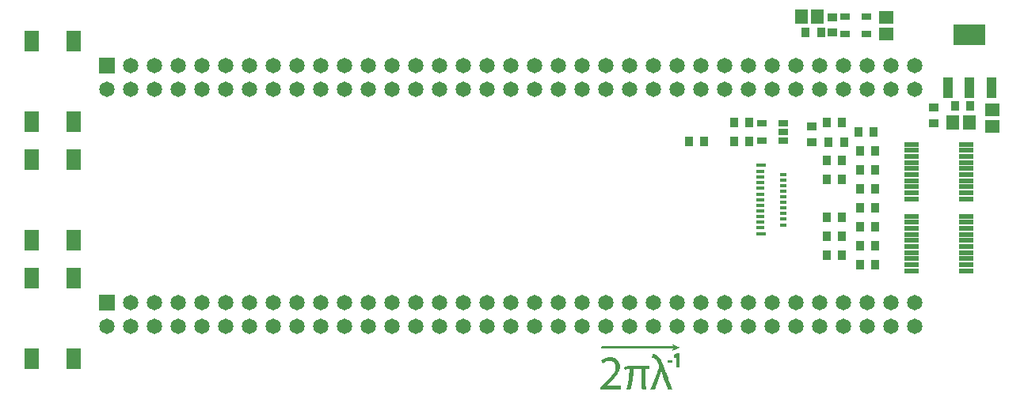
<source format=gts>
G04*
G04 #@! TF.GenerationSoftware,Altium Limited,Altium Designer,23.3.1 (30)*
G04*
G04 Layer_Color=278392*
%FSLAX25Y25*%
%MOIN*%
G70*
G04*
G04 #@! TF.SameCoordinates,15D68FC8-8055-42D3-B3C9-1605CC88C85B*
G04*
G04*
G04 #@! TF.FilePolarity,Negative*
G04*
G01*
G75*
%ADD27R,0.03847X0.03256*%
%ADD28R,0.06000X0.09000*%
%ADD29R,0.05421X0.06012*%
%ADD30R,0.03847X0.02862*%
%ADD31R,0.06012X0.05421*%
%ADD32R,0.03256X0.03847*%
%ADD33R,0.03335X0.01484*%
%ADD34R,0.02547X0.01484*%
%ADD35R,0.03847X0.01681*%
%ADD36R,0.06012X0.02272*%
%ADD37R,0.13492X0.08768*%
%ADD38R,0.04043X0.08768*%
%ADD39C,0.06500*%
%ADD40R,0.06700X0.06700*%
%ADD41C,0.00500*%
G36*
X238091Y-17633D02*
X238230Y-17689D01*
X238425Y-17772D01*
X238647Y-17855D01*
X238897Y-17966D01*
X239424Y-18189D01*
X239980Y-18438D01*
X240230Y-18550D01*
X240480Y-18633D01*
X240674Y-18744D01*
X240813Y-18799D01*
X240924Y-18855D01*
X240980Y-18883D01*
Y-18911D01*
X240952D01*
X240868Y-18966D01*
X240730Y-19022D01*
X240535Y-19105D01*
X240313Y-19188D01*
X240063Y-19272D01*
X239535Y-19494D01*
X239008Y-19716D01*
X238730Y-19827D01*
X238508Y-19938D01*
X238314Y-20021D01*
X238147Y-20077D01*
X238008Y-20132D01*
X237953Y-20160D01*
X238258Y-19355D01*
Y-19327D01*
X208072D01*
X208044Y-19299D01*
X208017Y-19272D01*
X207989Y-19216D01*
Y-18494D01*
Y-18466D01*
X208044Y-18438D01*
X238286D01*
X237953Y-17605D01*
Y-17578D01*
X237980D01*
X238091Y-17633D01*
D02*
G37*
G36*
X237703Y-24298D02*
Y-25270D01*
Y-25298D01*
X237647Y-25325D01*
X235898D01*
X235870Y-25270D01*
Y-24298D01*
Y-24270D01*
X235925Y-24242D01*
X237675D01*
X237703Y-24298D01*
D02*
G37*
G36*
X240674Y-21243D02*
Y-21299D01*
Y-27075D01*
Y-27103D01*
X240618Y-27130D01*
X239535D01*
X239508Y-27075D01*
Y-22687D01*
X239452D01*
X238675Y-23159D01*
X238619D01*
X238425Y-22021D01*
X238453Y-21993D01*
X238480Y-21965D01*
X238536Y-21910D01*
X238675Y-21826D01*
X238841Y-21715D01*
X239063Y-21576D01*
X239397Y-21410D01*
X239424Y-21382D01*
X239535Y-21299D01*
X239647Y-21243D01*
X239758Y-21215D01*
X240646D01*
X240674Y-21243D01*
D02*
G37*
G36*
X230344Y-21771D02*
X230483Y-21799D01*
X230677Y-21854D01*
X230871Y-21937D01*
X231093Y-22021D01*
X231343Y-22187D01*
X231593Y-22354D01*
X231871Y-22576D01*
X232149Y-22882D01*
X232454Y-23215D01*
X232732Y-23604D01*
X233010Y-24076D01*
X233287Y-24603D01*
X233537Y-25214D01*
X233565Y-25270D01*
X233593Y-25381D01*
X233676Y-25548D01*
X233759Y-25770D01*
X233870Y-26075D01*
X234037Y-26492D01*
X234148Y-26742D01*
X234231Y-27019D01*
X234370Y-27325D01*
X234481Y-27658D01*
X234620Y-28019D01*
X234787Y-28436D01*
X234953Y-28880D01*
X235120Y-29352D01*
X235342Y-29880D01*
X235537Y-30435D01*
X235759Y-31046D01*
X236009Y-31685D01*
X236259Y-32379D01*
X236536Y-33129D01*
X236842Y-33906D01*
X237147Y-34739D01*
X237480Y-35628D01*
X237842Y-36572D01*
X237814Y-36600D01*
X235981D01*
X235953Y-36572D01*
X235925Y-36517D01*
X235898Y-36406D01*
X235814Y-36239D01*
X235731Y-35961D01*
X235676Y-35767D01*
X235592Y-35572D01*
X235509Y-35350D01*
X235425Y-35073D01*
X235398Y-35017D01*
X235370Y-34906D01*
X235287Y-34684D01*
X235176Y-34434D01*
X235065Y-34101D01*
X234926Y-33712D01*
X234759Y-33295D01*
X234620Y-32823D01*
X234259Y-31824D01*
X233898Y-30796D01*
X233565Y-29769D01*
X233426Y-29269D01*
X233287Y-28824D01*
Y-28797D01*
Y-28769D01*
X233260Y-28741D01*
X233232Y-28713D01*
X233176D01*
Y-28741D01*
X233148Y-28797D01*
X233121Y-28880D01*
X233093Y-29019D01*
X233037Y-29185D01*
X232954Y-29435D01*
X232871Y-29769D01*
X232843Y-29824D01*
X232815Y-29907D01*
X232787Y-30018D01*
X232732Y-30185D01*
X232648Y-30380D01*
X232565Y-30657D01*
X232454Y-30990D01*
X232315Y-31407D01*
X232149Y-31879D01*
X231954Y-32434D01*
X231732Y-33073D01*
X231454Y-33795D01*
X231177Y-34601D01*
X230843Y-35545D01*
X230677Y-36045D01*
X230483Y-36572D01*
X230455Y-36600D01*
X228622D01*
Y-36544D01*
Y-36517D01*
X228650Y-36433D01*
X228705Y-36322D01*
X228761Y-36156D01*
X228844Y-35961D01*
X228955Y-35711D01*
X229066Y-35434D01*
X229177Y-35128D01*
X229427Y-34462D01*
X229733Y-33684D01*
X230066Y-32851D01*
X230399Y-31990D01*
X230732Y-31129D01*
X231066Y-30296D01*
X231371Y-29491D01*
X231649Y-28769D01*
X231760Y-28436D01*
X231899Y-28130D01*
X231982Y-27852D01*
X232093Y-27602D01*
X232149Y-27408D01*
X232232Y-27242D01*
X232260Y-27130D01*
X232288Y-27047D01*
X232315Y-26992D01*
Y-26880D01*
Y-26853D01*
X232288Y-26769D01*
X232260Y-26603D01*
X232176Y-26381D01*
X232065Y-26047D01*
X231982Y-25853D01*
X231871Y-25603D01*
X231760Y-25353D01*
X231621Y-25076D01*
X231482Y-24770D01*
X231288Y-24409D01*
Y-24381D01*
X231260Y-24353D01*
X231149Y-24215D01*
X231010Y-24020D01*
X230788Y-23798D01*
X230538Y-23604D01*
X230260Y-23409D01*
X229955Y-23270D01*
X229816Y-23215D01*
X229261D01*
X229205Y-23187D01*
Y-23159D01*
Y-23132D01*
X229233Y-22993D01*
X229261Y-22798D01*
X229288Y-22548D01*
X229344Y-22298D01*
X229372Y-22076D01*
X229399Y-21910D01*
X229427Y-21799D01*
X229483D01*
X229594Y-21771D01*
X229788Y-21743D01*
X230233D01*
X230344Y-21771D01*
D02*
G37*
G36*
X228150Y-26658D02*
Y-26686D01*
Y-26714D01*
X228122Y-26880D01*
X228094Y-27103D01*
X228066Y-27353D01*
X228011Y-27602D01*
X227983Y-27825D01*
X227955Y-27991D01*
X227928Y-28019D01*
Y-28047D01*
X226595D01*
Y-32768D01*
Y-32796D01*
Y-32907D01*
Y-33045D01*
Y-33240D01*
Y-33490D01*
X226622Y-33768D01*
Y-34378D01*
X226650Y-35017D01*
X226706Y-35628D01*
X226733Y-35934D01*
X226789Y-36183D01*
X226817Y-36406D01*
X226872Y-36572D01*
X226845Y-36600D01*
X225206D01*
X225151Y-36572D01*
X225095Y-36461D01*
X225067Y-36406D01*
X225040Y-36294D01*
X225012Y-36156D01*
X224956Y-36017D01*
X224928Y-35822D01*
X224901Y-35572D01*
X224873Y-35295D01*
X224845Y-34989D01*
Y-34601D01*
X224817Y-34184D01*
Y-28047D01*
X221540D01*
Y-28075D01*
Y-28102D01*
Y-28186D01*
Y-28297D01*
Y-28491D01*
X221513Y-28713D01*
Y-28991D01*
X221485Y-29324D01*
X221429Y-29713D01*
X221402Y-30130D01*
X221346Y-30630D01*
X221291Y-31157D01*
X221207Y-31740D01*
X221096Y-32351D01*
X221013Y-33045D01*
X220874Y-33768D01*
X220735Y-34545D01*
Y-34573D01*
X220707Y-34601D01*
X220680Y-34767D01*
X220624Y-35045D01*
X220541Y-35350D01*
X220346Y-36017D01*
X220235Y-36322D01*
X220124Y-36572D01*
X220096D01*
X220041Y-36600D01*
X218430D01*
Y-36572D01*
Y-36544D01*
X218458Y-36517D01*
X218486Y-36433D01*
X218514Y-36322D01*
X218541Y-36183D01*
X218597Y-35989D01*
X218653Y-35795D01*
X218736Y-35545D01*
X218791Y-35295D01*
X218875Y-34989D01*
X218930Y-34656D01*
X219014Y-34295D01*
X219097Y-33906D01*
X219180Y-33490D01*
X219263Y-33045D01*
X219347Y-32573D01*
Y-32546D01*
X219374Y-32434D01*
X219402Y-32268D01*
X219430Y-32046D01*
X219458Y-31796D01*
X219486Y-31490D01*
X219541Y-31157D01*
X219569Y-30824D01*
X219652Y-30074D01*
X219736Y-29324D01*
X219763Y-28630D01*
X219791Y-28324D01*
Y-28047D01*
X219347D01*
X219069Y-28075D01*
X218763D01*
X218430Y-28102D01*
X218097Y-28158D01*
X217764Y-28214D01*
Y-28158D01*
X217736Y-28047D01*
X217681Y-27908D01*
X217653Y-27714D01*
X217597Y-27519D01*
X217542Y-27353D01*
X217514Y-27214D01*
Y-27158D01*
X217542Y-27130D01*
X217681Y-27075D01*
X217875Y-26992D01*
X218153Y-26880D01*
X218541Y-26797D01*
X218986Y-26714D01*
X219513Y-26658D01*
X220124Y-26631D01*
X228150D01*
Y-26658D01*
D02*
G37*
G36*
X212182Y-22993D02*
X212349Y-23020D01*
X212543Y-23048D01*
X213015Y-23159D01*
X213515Y-23326D01*
X214070Y-23604D01*
X214320Y-23770D01*
X214598Y-23965D01*
X214848Y-24187D01*
X215070Y-24464D01*
X215098Y-24520D01*
X215181Y-24659D01*
X215320Y-24881D01*
X215459Y-25159D01*
X215570Y-25492D01*
X215709Y-25881D01*
X215792Y-26325D01*
X215820Y-26769D01*
Y-26992D01*
Y-27019D01*
Y-27103D01*
X215792Y-27242D01*
X215764Y-27436D01*
X215709Y-27686D01*
X215626Y-27991D01*
X215542Y-28324D01*
X215403Y-28686D01*
X215209Y-29102D01*
X214987Y-29574D01*
X214709Y-30046D01*
X214376Y-30574D01*
X213987Y-31102D01*
X213515Y-31685D01*
X212987Y-32268D01*
X212376Y-32879D01*
X212349Y-32907D01*
X212321Y-32934D01*
X212154Y-33101D01*
X211904Y-33351D01*
X211571Y-33656D01*
X211238Y-34017D01*
X210849Y-34378D01*
X210488Y-34739D01*
X210155Y-35045D01*
Y-35073D01*
X216125D01*
X216153Y-35128D01*
Y-36544D01*
Y-36572D01*
X216098Y-36600D01*
X207683D01*
X207656Y-36572D01*
X207628Y-36544D01*
X207600Y-36489D01*
Y-35600D01*
Y-35572D01*
X207628Y-35517D01*
X207711Y-35406D01*
X207850Y-35267D01*
X207906Y-35212D01*
X208044Y-35100D01*
X208239Y-34878D01*
X208516Y-34628D01*
X208850Y-34295D01*
X209183Y-33962D01*
X209988Y-33184D01*
X210766Y-32407D01*
X211127Y-32046D01*
X211432Y-31712D01*
X211710Y-31435D01*
X211904Y-31185D01*
X212043Y-31046D01*
X212099Y-30963D01*
X212126Y-30935D01*
X212182Y-30879D01*
X212265Y-30768D01*
X212404Y-30602D01*
X212543Y-30435D01*
X212710Y-30213D01*
X213043Y-29713D01*
X213404Y-29130D01*
X213682Y-28491D01*
X213821Y-28158D01*
X213904Y-27825D01*
X213959Y-27491D01*
X213987Y-27158D01*
Y-26992D01*
Y-26964D01*
Y-26908D01*
Y-26825D01*
X213959Y-26714D01*
X213904Y-26436D01*
X213821Y-26075D01*
X213654Y-25686D01*
X213404Y-25298D01*
X213237Y-25131D01*
X213071Y-24964D01*
X212848Y-24825D01*
X212599Y-24687D01*
X212571D01*
X212515Y-24659D01*
X212404Y-24631D01*
X212238Y-24576D01*
X212071Y-24548D01*
X211849Y-24520D01*
X211349Y-24492D01*
X211210D01*
X211099Y-24520D01*
X210821Y-24548D01*
X210460Y-24631D01*
X210016Y-24770D01*
X209544Y-24964D01*
X209044Y-25242D01*
X208516Y-25603D01*
Y-25575D01*
X208489Y-25548D01*
X208433Y-25409D01*
X208322Y-25214D01*
X208239Y-24992D01*
X208128Y-24742D01*
X208017Y-24548D01*
X207961Y-24409D01*
X207933Y-24326D01*
X207961Y-24298D01*
X208017Y-24270D01*
X208100Y-24187D01*
X208239Y-24103D01*
X208405Y-24020D01*
X208572Y-23881D01*
X209044Y-23631D01*
X209572Y-23381D01*
X210183Y-23187D01*
X210877Y-23020D01*
X211210Y-22993D01*
X211571Y-22965D01*
X212043D01*
X212182Y-22993D01*
D02*
G37*
D27*
X296600Y74248D02*
D03*
Y67752D02*
D03*
X305100Y120548D02*
D03*
Y114052D02*
D03*
X348000Y82248D02*
D03*
Y75752D02*
D03*
D28*
X-31900Y110500D02*
D03*
Y76500D02*
D03*
X-14100Y110500D02*
D03*
Y76500D02*
D03*
X-31900Y60500D02*
D03*
Y26500D02*
D03*
X-14100Y60500D02*
D03*
Y26500D02*
D03*
X-31900Y10500D02*
D03*
Y-23500D02*
D03*
X-14100Y10500D02*
D03*
Y-23500D02*
D03*
D29*
X292055Y120700D02*
D03*
X298945D02*
D03*
X356000Y76000D02*
D03*
X362890D02*
D03*
D30*
X319429Y113260D02*
D03*
Y120740D02*
D03*
X310571D02*
D03*
Y113260D02*
D03*
X284429Y68260D02*
D03*
Y72000D02*
D03*
Y75740D02*
D03*
X275571D02*
D03*
Y68260D02*
D03*
D31*
X328000Y113555D02*
D03*
Y120445D02*
D03*
X372540Y74555D02*
D03*
Y81445D02*
D03*
D32*
X363248Y83000D02*
D03*
X356752D02*
D03*
X251248Y68000D02*
D03*
X244752D02*
D03*
X300348Y114200D02*
D03*
X293852D02*
D03*
X263752Y68000D02*
D03*
X270248D02*
D03*
X263752Y76000D02*
D03*
X270248D02*
D03*
X316052Y71900D02*
D03*
X322548D02*
D03*
X310148Y67700D02*
D03*
X303652D02*
D03*
X323248Y39957D02*
D03*
X316752D02*
D03*
Y24000D02*
D03*
X323248D02*
D03*
X316752Y16043D02*
D03*
X323248D02*
D03*
X302752Y20000D02*
D03*
X309248D02*
D03*
Y36000D02*
D03*
X302752D02*
D03*
X309248Y28000D02*
D03*
X302752D02*
D03*
X309248Y52000D02*
D03*
X302752D02*
D03*
X316752Y64000D02*
D03*
X323248D02*
D03*
X302752Y60000D02*
D03*
X309248D02*
D03*
X302752Y76000D02*
D03*
X309248D02*
D03*
X323248Y48000D02*
D03*
X316752D02*
D03*
X323248Y56000D02*
D03*
X316752D02*
D03*
X323248Y32000D02*
D03*
X316752D02*
D03*
D33*
X274807Y43500D02*
D03*
Y41138D02*
D03*
Y38776D02*
D03*
Y36413D02*
D03*
Y34051D02*
D03*
Y31689D02*
D03*
Y45862D02*
D03*
Y48224D02*
D03*
Y50587D02*
D03*
Y52949D02*
D03*
Y55311D02*
D03*
D34*
X284374Y42319D02*
D03*
Y39957D02*
D03*
Y37595D02*
D03*
Y35232D02*
D03*
Y32870D02*
D03*
Y44681D02*
D03*
Y47043D02*
D03*
Y49406D02*
D03*
Y51768D02*
D03*
Y54130D02*
D03*
D35*
X275063Y58106D02*
D03*
Y28894D02*
D03*
D36*
X338386Y66827D02*
D03*
Y64268D02*
D03*
Y61709D02*
D03*
Y59150D02*
D03*
Y56590D02*
D03*
Y54031D02*
D03*
Y51472D02*
D03*
Y48913D02*
D03*
Y46354D02*
D03*
Y43795D02*
D03*
X361614Y66827D02*
D03*
Y64268D02*
D03*
Y61709D02*
D03*
Y59150D02*
D03*
Y56590D02*
D03*
Y54031D02*
D03*
Y51472D02*
D03*
Y48913D02*
D03*
Y46354D02*
D03*
Y43795D02*
D03*
X338386Y36516D02*
D03*
Y33957D02*
D03*
Y31398D02*
D03*
Y28839D02*
D03*
Y26280D02*
D03*
Y23720D02*
D03*
Y21161D02*
D03*
Y18602D02*
D03*
Y16043D02*
D03*
Y13484D02*
D03*
X361614Y36516D02*
D03*
Y33957D02*
D03*
Y31398D02*
D03*
Y28839D02*
D03*
Y26280D02*
D03*
Y23720D02*
D03*
Y21161D02*
D03*
Y18602D02*
D03*
Y16043D02*
D03*
Y13484D02*
D03*
D37*
X363000Y113221D02*
D03*
D38*
X372055Y90780D02*
D03*
X363000D02*
D03*
X353945D02*
D03*
D39*
X340000Y-10000D02*
D03*
Y0D02*
D03*
X330000Y-10000D02*
D03*
Y0D02*
D03*
X320000Y-10000D02*
D03*
Y0D02*
D03*
X310000Y-10000D02*
D03*
Y0D02*
D03*
X300000Y-10000D02*
D03*
Y0D02*
D03*
X290000Y-10000D02*
D03*
Y0D02*
D03*
X280000Y-10000D02*
D03*
Y0D02*
D03*
X270000Y-10000D02*
D03*
Y0D02*
D03*
X260000Y-10000D02*
D03*
Y0D02*
D03*
X250000Y-10000D02*
D03*
Y0D02*
D03*
X240000Y-10000D02*
D03*
Y0D02*
D03*
X230000Y-10000D02*
D03*
Y0D02*
D03*
X220000Y-10000D02*
D03*
Y0D02*
D03*
X210000Y-10000D02*
D03*
Y0D02*
D03*
X200000Y-10000D02*
D03*
Y0D02*
D03*
X190000Y-10000D02*
D03*
Y0D02*
D03*
X180000Y-10000D02*
D03*
Y0D02*
D03*
X170000Y-10000D02*
D03*
Y0D02*
D03*
X160000Y-10000D02*
D03*
Y0D02*
D03*
X150000Y-10000D02*
D03*
Y0D02*
D03*
X140000Y-10000D02*
D03*
Y0D02*
D03*
X130000Y-10000D02*
D03*
Y0D02*
D03*
X120000Y-10000D02*
D03*
Y0D02*
D03*
X110000Y-10000D02*
D03*
Y0D02*
D03*
X100000Y-10000D02*
D03*
Y0D02*
D03*
X90000Y-10000D02*
D03*
Y0D02*
D03*
X80000Y-10000D02*
D03*
Y0D02*
D03*
X70000Y-10000D02*
D03*
Y0D02*
D03*
X60000Y-10000D02*
D03*
Y0D02*
D03*
X50000Y-10000D02*
D03*
Y0D02*
D03*
X40000Y-10000D02*
D03*
Y0D02*
D03*
X0Y-10000D02*
D03*
X10000Y0D02*
D03*
Y-10000D02*
D03*
X20000Y0D02*
D03*
Y-10000D02*
D03*
X30000Y0D02*
D03*
Y-10000D02*
D03*
Y90000D02*
D03*
Y100000D02*
D03*
X20000Y90000D02*
D03*
Y100000D02*
D03*
X10000Y90000D02*
D03*
Y100000D02*
D03*
X0Y90000D02*
D03*
X40000Y100000D02*
D03*
Y90000D02*
D03*
X50000Y100000D02*
D03*
Y90000D02*
D03*
X60000Y100000D02*
D03*
Y90000D02*
D03*
X70000Y100000D02*
D03*
Y90000D02*
D03*
X80000Y100000D02*
D03*
Y90000D02*
D03*
X90000Y100000D02*
D03*
Y90000D02*
D03*
X100000Y100000D02*
D03*
Y90000D02*
D03*
X110000Y100000D02*
D03*
Y90000D02*
D03*
X120000Y100000D02*
D03*
Y90000D02*
D03*
X130000Y100000D02*
D03*
Y90000D02*
D03*
X140000Y100000D02*
D03*
Y90000D02*
D03*
X150000Y100000D02*
D03*
Y90000D02*
D03*
X160000Y100000D02*
D03*
Y90000D02*
D03*
X170000Y100000D02*
D03*
Y90000D02*
D03*
X180000Y100000D02*
D03*
Y90000D02*
D03*
X190000Y100000D02*
D03*
Y90000D02*
D03*
X200000Y100000D02*
D03*
Y90000D02*
D03*
X210000Y100000D02*
D03*
Y90000D02*
D03*
X220000Y100000D02*
D03*
Y90000D02*
D03*
X230000Y100000D02*
D03*
Y90000D02*
D03*
X240000Y100000D02*
D03*
Y90000D02*
D03*
X250000Y100000D02*
D03*
Y90000D02*
D03*
X260000Y100000D02*
D03*
Y90000D02*
D03*
X270000Y100000D02*
D03*
Y90000D02*
D03*
X280000Y100000D02*
D03*
Y90000D02*
D03*
X290000Y100000D02*
D03*
Y90000D02*
D03*
X300000Y100000D02*
D03*
Y90000D02*
D03*
X310000Y100000D02*
D03*
Y90000D02*
D03*
X320000Y100000D02*
D03*
Y90000D02*
D03*
X330000Y100000D02*
D03*
Y90000D02*
D03*
X340000Y100000D02*
D03*
Y90000D02*
D03*
D40*
X0Y0D02*
D03*
Y100000D02*
D03*
D41*
X340900Y-29450D02*
D03*
Y119550D02*
D03*
X900D02*
D03*
Y-29450D02*
D03*
M02*

</source>
